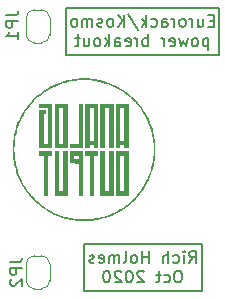
<source format=gbr>
%TF.GenerationSoftware,KiCad,Pcbnew,5.1.8-db9833491~88~ubuntu20.04.1*%
%TF.CreationDate,2020-12-01T07:47:05-05:00*%
%TF.ProjectId,powerbreakout,706f7765-7262-4726-9561-6b6f75742e6b,rev?*%
%TF.SameCoordinates,Original*%
%TF.FileFunction,Legend,Bot*%
%TF.FilePolarity,Positive*%
%FSLAX46Y46*%
G04 Gerber Fmt 4.6, Leading zero omitted, Abs format (unit mm)*
G04 Created by KiCad (PCBNEW 5.1.8-db9833491~88~ubuntu20.04.1) date 2020-12-01 07:47:05*
%MOMM*%
%LPD*%
G01*
G04 APERTURE LIST*
%ADD10C,0.150000*%
%ADD11C,0.010000*%
%ADD12C,0.120000*%
G04 APERTURE END LIST*
D10*
X12000000Y-12000000D02*
X12000000Y-8000000D01*
X12000000Y-12000000D02*
X22000000Y-12000000D01*
X22000000Y-8000000D02*
X22000000Y-12000000D01*
X22000000Y-8000000D02*
X12000000Y-8000000D01*
X10500000Y8000000D02*
X10500000Y12000000D01*
X10500000Y8000000D02*
X23500000Y8000000D01*
X23500000Y12000000D02*
X23500000Y8000000D01*
X23500000Y12000000D02*
X10500000Y12000000D01*
X20928571Y-9627380D02*
X21261904Y-9151190D01*
X21500000Y-9627380D02*
X21500000Y-8627380D01*
X21119047Y-8627380D01*
X21023809Y-8675000D01*
X20976190Y-8722619D01*
X20928571Y-8817857D01*
X20928571Y-8960714D01*
X20976190Y-9055952D01*
X21023809Y-9103571D01*
X21119047Y-9151190D01*
X21500000Y-9151190D01*
X20500000Y-9627380D02*
X20500000Y-8960714D01*
X20500000Y-8627380D02*
X20547619Y-8675000D01*
X20500000Y-8722619D01*
X20452380Y-8675000D01*
X20500000Y-8627380D01*
X20500000Y-8722619D01*
X19595238Y-9579761D02*
X19690476Y-9627380D01*
X19880952Y-9627380D01*
X19976190Y-9579761D01*
X20023809Y-9532142D01*
X20071428Y-9436904D01*
X20071428Y-9151190D01*
X20023809Y-9055952D01*
X19976190Y-9008333D01*
X19880952Y-8960714D01*
X19690476Y-8960714D01*
X19595238Y-9008333D01*
X19166666Y-9627380D02*
X19166666Y-8627380D01*
X18738095Y-9627380D02*
X18738095Y-9103571D01*
X18785714Y-9008333D01*
X18880952Y-8960714D01*
X19023809Y-8960714D01*
X19119047Y-9008333D01*
X19166666Y-9055952D01*
X17500000Y-9627380D02*
X17500000Y-8627380D01*
X17500000Y-9103571D02*
X16928571Y-9103571D01*
X16928571Y-9627380D02*
X16928571Y-8627380D01*
X16309523Y-9627380D02*
X16404761Y-9579761D01*
X16452380Y-9532142D01*
X16500000Y-9436904D01*
X16500000Y-9151190D01*
X16452380Y-9055952D01*
X16404761Y-9008333D01*
X16309523Y-8960714D01*
X16166666Y-8960714D01*
X16071428Y-9008333D01*
X16023809Y-9055952D01*
X15976190Y-9151190D01*
X15976190Y-9436904D01*
X16023809Y-9532142D01*
X16071428Y-9579761D01*
X16166666Y-9627380D01*
X16309523Y-9627380D01*
X15404761Y-9627380D02*
X15500000Y-9579761D01*
X15547619Y-9484523D01*
X15547619Y-8627380D01*
X15023809Y-9627380D02*
X15023809Y-8960714D01*
X15023809Y-9055952D02*
X14976190Y-9008333D01*
X14880952Y-8960714D01*
X14738095Y-8960714D01*
X14642857Y-9008333D01*
X14595238Y-9103571D01*
X14595238Y-9627380D01*
X14595238Y-9103571D02*
X14547619Y-9008333D01*
X14452380Y-8960714D01*
X14309523Y-8960714D01*
X14214285Y-9008333D01*
X14166666Y-9103571D01*
X14166666Y-9627380D01*
X13309523Y-9579761D02*
X13404761Y-9627380D01*
X13595238Y-9627380D01*
X13690476Y-9579761D01*
X13738095Y-9484523D01*
X13738095Y-9103571D01*
X13690476Y-9008333D01*
X13595238Y-8960714D01*
X13404761Y-8960714D01*
X13309523Y-9008333D01*
X13261904Y-9103571D01*
X13261904Y-9198809D01*
X13738095Y-9294047D01*
X12880952Y-9579761D02*
X12785714Y-9627380D01*
X12595238Y-9627380D01*
X12500000Y-9579761D01*
X12452380Y-9484523D01*
X12452380Y-9436904D01*
X12500000Y-9341666D01*
X12595238Y-9294047D01*
X12738095Y-9294047D01*
X12833333Y-9246428D01*
X12880952Y-9151190D01*
X12880952Y-9103571D01*
X12833333Y-9008333D01*
X12738095Y-8960714D01*
X12595238Y-8960714D01*
X12500000Y-9008333D01*
X20095238Y-10277380D02*
X19904761Y-10277380D01*
X19809523Y-10325000D01*
X19714285Y-10420238D01*
X19666666Y-10610714D01*
X19666666Y-10944047D01*
X19714285Y-11134523D01*
X19809523Y-11229761D01*
X19904761Y-11277380D01*
X20095238Y-11277380D01*
X20190476Y-11229761D01*
X20285714Y-11134523D01*
X20333333Y-10944047D01*
X20333333Y-10610714D01*
X20285714Y-10420238D01*
X20190476Y-10325000D01*
X20095238Y-10277380D01*
X18809523Y-11229761D02*
X18904761Y-11277380D01*
X19095238Y-11277380D01*
X19190476Y-11229761D01*
X19238095Y-11182142D01*
X19285714Y-11086904D01*
X19285714Y-10801190D01*
X19238095Y-10705952D01*
X19190476Y-10658333D01*
X19095238Y-10610714D01*
X18904761Y-10610714D01*
X18809523Y-10658333D01*
X18523809Y-10610714D02*
X18142857Y-10610714D01*
X18380952Y-10277380D02*
X18380952Y-11134523D01*
X18333333Y-11229761D01*
X18238095Y-11277380D01*
X18142857Y-11277380D01*
X17095238Y-10372619D02*
X17047619Y-10325000D01*
X16952380Y-10277380D01*
X16714285Y-10277380D01*
X16619047Y-10325000D01*
X16571428Y-10372619D01*
X16523809Y-10467857D01*
X16523809Y-10563095D01*
X16571428Y-10705952D01*
X17142857Y-11277380D01*
X16523809Y-11277380D01*
X15904761Y-10277380D02*
X15809523Y-10277380D01*
X15714285Y-10325000D01*
X15666666Y-10372619D01*
X15619047Y-10467857D01*
X15571428Y-10658333D01*
X15571428Y-10896428D01*
X15619047Y-11086904D01*
X15666666Y-11182142D01*
X15714285Y-11229761D01*
X15809523Y-11277380D01*
X15904761Y-11277380D01*
X16000000Y-11229761D01*
X16047619Y-11182142D01*
X16095238Y-11086904D01*
X16142857Y-10896428D01*
X16142857Y-10658333D01*
X16095238Y-10467857D01*
X16047619Y-10372619D01*
X16000000Y-10325000D01*
X15904761Y-10277380D01*
X15190476Y-10372619D02*
X15142857Y-10325000D01*
X15047619Y-10277380D01*
X14809523Y-10277380D01*
X14714285Y-10325000D01*
X14666666Y-10372619D01*
X14619047Y-10467857D01*
X14619047Y-10563095D01*
X14666666Y-10705952D01*
X15238095Y-11277380D01*
X14619047Y-11277380D01*
X14000000Y-10277380D02*
X13904761Y-10277380D01*
X13809523Y-10325000D01*
X13761904Y-10372619D01*
X13714285Y-10467857D01*
X13666666Y-10658333D01*
X13666666Y-10896428D01*
X13714285Y-11086904D01*
X13761904Y-11182142D01*
X13809523Y-11229761D01*
X13904761Y-11277380D01*
X14000000Y-11277380D01*
X14095238Y-11229761D01*
X14142857Y-11182142D01*
X14190476Y-11086904D01*
X14238095Y-10896428D01*
X14238095Y-10658333D01*
X14190476Y-10467857D01*
X14142857Y-10372619D01*
X14095238Y-10325000D01*
X14000000Y-10277380D01*
X23023809Y10896428D02*
X22690476Y10896428D01*
X22547619Y10372619D02*
X23023809Y10372619D01*
X23023809Y11372619D01*
X22547619Y11372619D01*
X21690476Y11039285D02*
X21690476Y10372619D01*
X22119047Y11039285D02*
X22119047Y10515476D01*
X22071428Y10420238D01*
X21976190Y10372619D01*
X21833333Y10372619D01*
X21738095Y10420238D01*
X21690476Y10467857D01*
X21214285Y10372619D02*
X21214285Y11039285D01*
X21214285Y10848809D02*
X21166666Y10944047D01*
X21119047Y10991666D01*
X21023809Y11039285D01*
X20928571Y11039285D01*
X20452380Y10372619D02*
X20547619Y10420238D01*
X20595238Y10467857D01*
X20642857Y10563095D01*
X20642857Y10848809D01*
X20595238Y10944047D01*
X20547619Y10991666D01*
X20452380Y11039285D01*
X20309523Y11039285D01*
X20214285Y10991666D01*
X20166666Y10944047D01*
X20119047Y10848809D01*
X20119047Y10563095D01*
X20166666Y10467857D01*
X20214285Y10420238D01*
X20309523Y10372619D01*
X20452380Y10372619D01*
X19690476Y10372619D02*
X19690476Y11039285D01*
X19690476Y10848809D02*
X19642857Y10944047D01*
X19595238Y10991666D01*
X19500000Y11039285D01*
X19404761Y11039285D01*
X18642857Y10372619D02*
X18642857Y10896428D01*
X18690476Y10991666D01*
X18785714Y11039285D01*
X18976190Y11039285D01*
X19071428Y10991666D01*
X18642857Y10420238D02*
X18738095Y10372619D01*
X18976190Y10372619D01*
X19071428Y10420238D01*
X19119047Y10515476D01*
X19119047Y10610714D01*
X19071428Y10705952D01*
X18976190Y10753571D01*
X18738095Y10753571D01*
X18642857Y10801190D01*
X17738095Y10420238D02*
X17833333Y10372619D01*
X18023809Y10372619D01*
X18119047Y10420238D01*
X18166666Y10467857D01*
X18214285Y10563095D01*
X18214285Y10848809D01*
X18166666Y10944047D01*
X18119047Y10991666D01*
X18023809Y11039285D01*
X17833333Y11039285D01*
X17738095Y10991666D01*
X17309523Y10372619D02*
X17309523Y11372619D01*
X17214285Y10753571D02*
X16928571Y10372619D01*
X16928571Y11039285D02*
X17309523Y10658333D01*
X15785714Y11420238D02*
X16642857Y10134523D01*
X15452380Y10372619D02*
X15452380Y11372619D01*
X14880952Y10372619D02*
X15309523Y10944047D01*
X14880952Y11372619D02*
X15452380Y10801190D01*
X14309523Y10372619D02*
X14404761Y10420238D01*
X14452380Y10467857D01*
X14500000Y10563095D01*
X14500000Y10848809D01*
X14452380Y10944047D01*
X14404761Y10991666D01*
X14309523Y11039285D01*
X14166666Y11039285D01*
X14071428Y10991666D01*
X14023809Y10944047D01*
X13976190Y10848809D01*
X13976190Y10563095D01*
X14023809Y10467857D01*
X14071428Y10420238D01*
X14166666Y10372619D01*
X14309523Y10372619D01*
X13595238Y10420238D02*
X13500000Y10372619D01*
X13309523Y10372619D01*
X13214285Y10420238D01*
X13166666Y10515476D01*
X13166666Y10563095D01*
X13214285Y10658333D01*
X13309523Y10705952D01*
X13452380Y10705952D01*
X13547619Y10753571D01*
X13595238Y10848809D01*
X13595238Y10896428D01*
X13547619Y10991666D01*
X13452380Y11039285D01*
X13309523Y11039285D01*
X13214285Y10991666D01*
X12738095Y10372619D02*
X12738095Y11039285D01*
X12738095Y10944047D02*
X12690476Y10991666D01*
X12595238Y11039285D01*
X12452380Y11039285D01*
X12357142Y10991666D01*
X12309523Y10896428D01*
X12309523Y10372619D01*
X12309523Y10896428D02*
X12261904Y10991666D01*
X12166666Y11039285D01*
X12023809Y11039285D01*
X11928571Y10991666D01*
X11880952Y10896428D01*
X11880952Y10372619D01*
X11261904Y10372619D02*
X11357142Y10420238D01*
X11404761Y10467857D01*
X11452380Y10563095D01*
X11452380Y10848809D01*
X11404761Y10944047D01*
X11357142Y10991666D01*
X11261904Y11039285D01*
X11119047Y11039285D01*
X11023809Y10991666D01*
X10976190Y10944047D01*
X10928571Y10848809D01*
X10928571Y10563095D01*
X10976190Y10467857D01*
X11023809Y10420238D01*
X11119047Y10372619D01*
X11261904Y10372619D01*
X22547619Y9389285D02*
X22547619Y8389285D01*
X22547619Y9341666D02*
X22452380Y9389285D01*
X22261904Y9389285D01*
X22166666Y9341666D01*
X22119047Y9294047D01*
X22071428Y9198809D01*
X22071428Y8913095D01*
X22119047Y8817857D01*
X22166666Y8770238D01*
X22261904Y8722619D01*
X22452380Y8722619D01*
X22547619Y8770238D01*
X21500000Y8722619D02*
X21595238Y8770238D01*
X21642857Y8817857D01*
X21690476Y8913095D01*
X21690476Y9198809D01*
X21642857Y9294047D01*
X21595238Y9341666D01*
X21500000Y9389285D01*
X21357142Y9389285D01*
X21261904Y9341666D01*
X21214285Y9294047D01*
X21166666Y9198809D01*
X21166666Y8913095D01*
X21214285Y8817857D01*
X21261904Y8770238D01*
X21357142Y8722619D01*
X21500000Y8722619D01*
X20833333Y9389285D02*
X20642857Y8722619D01*
X20452380Y9198809D01*
X20261904Y8722619D01*
X20071428Y9389285D01*
X19309523Y8770238D02*
X19404761Y8722619D01*
X19595238Y8722619D01*
X19690476Y8770238D01*
X19738095Y8865476D01*
X19738095Y9246428D01*
X19690476Y9341666D01*
X19595238Y9389285D01*
X19404761Y9389285D01*
X19309523Y9341666D01*
X19261904Y9246428D01*
X19261904Y9151190D01*
X19738095Y9055952D01*
X18833333Y8722619D02*
X18833333Y9389285D01*
X18833333Y9198809D02*
X18785714Y9294047D01*
X18738095Y9341666D01*
X18642857Y9389285D01*
X18547619Y9389285D01*
X17452380Y8722619D02*
X17452380Y9722619D01*
X17452380Y9341666D02*
X17357142Y9389285D01*
X17166666Y9389285D01*
X17071428Y9341666D01*
X17023809Y9294047D01*
X16976190Y9198809D01*
X16976190Y8913095D01*
X17023809Y8817857D01*
X17071428Y8770238D01*
X17166666Y8722619D01*
X17357142Y8722619D01*
X17452380Y8770238D01*
X16547619Y8722619D02*
X16547619Y9389285D01*
X16547619Y9198809D02*
X16500000Y9294047D01*
X16452380Y9341666D01*
X16357142Y9389285D01*
X16261904Y9389285D01*
X15547619Y8770238D02*
X15642857Y8722619D01*
X15833333Y8722619D01*
X15928571Y8770238D01*
X15976190Y8865476D01*
X15976190Y9246428D01*
X15928571Y9341666D01*
X15833333Y9389285D01*
X15642857Y9389285D01*
X15547619Y9341666D01*
X15500000Y9246428D01*
X15500000Y9151190D01*
X15976190Y9055952D01*
X14642857Y8722619D02*
X14642857Y9246428D01*
X14690476Y9341666D01*
X14785714Y9389285D01*
X14976190Y9389285D01*
X15071428Y9341666D01*
X14642857Y8770238D02*
X14738095Y8722619D01*
X14976190Y8722619D01*
X15071428Y8770238D01*
X15119047Y8865476D01*
X15119047Y8960714D01*
X15071428Y9055952D01*
X14976190Y9103571D01*
X14738095Y9103571D01*
X14642857Y9151190D01*
X14166666Y8722619D02*
X14166666Y9722619D01*
X14071428Y9103571D02*
X13785714Y8722619D01*
X13785714Y9389285D02*
X14166666Y9008333D01*
X13214285Y8722619D02*
X13309523Y8770238D01*
X13357142Y8817857D01*
X13404761Y8913095D01*
X13404761Y9198809D01*
X13357142Y9294047D01*
X13309523Y9341666D01*
X13214285Y9389285D01*
X13071428Y9389285D01*
X12976190Y9341666D01*
X12928571Y9294047D01*
X12880952Y9198809D01*
X12880952Y8913095D01*
X12928571Y8817857D01*
X12976190Y8770238D01*
X13071428Y8722619D01*
X13214285Y8722619D01*
X12023809Y9389285D02*
X12023809Y8722619D01*
X12452380Y9389285D02*
X12452380Y8865476D01*
X12404761Y8770238D01*
X12309523Y8722619D01*
X12166666Y8722619D01*
X12071428Y8770238D01*
X12023809Y8817857D01*
X11690476Y9389285D02*
X11309523Y9389285D01*
X11547619Y9722619D02*
X11547619Y8865476D01*
X11500000Y8770238D01*
X11404761Y8722619D01*
X11309523Y8722619D01*
D11*
%TO.C,G\u002A\u002A\u002A*%
G36*
X11869165Y5999450D02*
G01*
X11707940Y5994187D01*
X11552217Y5984794D01*
X11544224Y5984185D01*
X11305888Y5961098D01*
X11069477Y5928755D01*
X10835211Y5887238D01*
X10603310Y5836627D01*
X10373994Y5777003D01*
X10147483Y5708448D01*
X9923997Y5631042D01*
X9703755Y5544866D01*
X9486978Y5450001D01*
X9273886Y5346529D01*
X9064698Y5234529D01*
X8859635Y5114084D01*
X8658916Y4985273D01*
X8467738Y4851800D01*
X8282320Y4711208D01*
X8101741Y4562670D01*
X7926515Y4406697D01*
X7757158Y4243798D01*
X7594185Y4074482D01*
X7438112Y3899257D01*
X7289454Y3718635D01*
X7189637Y3588664D01*
X7051307Y3395299D01*
X6920949Y3196900D01*
X6798683Y2993748D01*
X6684630Y2786126D01*
X6578912Y2574314D01*
X6481649Y2358594D01*
X6392962Y2139247D01*
X6312972Y1916554D01*
X6241801Y1690798D01*
X6179568Y1462258D01*
X6126395Y1231217D01*
X6086688Y1023121D01*
X6065762Y894029D01*
X6047822Y766229D01*
X6032568Y637156D01*
X6019702Y504246D01*
X6008925Y364937D01*
X6007527Y344205D01*
X6005950Y314066D01*
X6004609Y275781D01*
X6003506Y230680D01*
X6002639Y180094D01*
X6002011Y125352D01*
X6001619Y67784D01*
X6001466Y8721D01*
X6001550Y-50507D01*
X6001871Y-108570D01*
X6002431Y-164139D01*
X6003229Y-215882D01*
X6004264Y-262470D01*
X6005538Y-302573D01*
X6007049Y-334861D01*
X6007483Y-341832D01*
X6023447Y-542307D01*
X6044353Y-735964D01*
X6070420Y-924224D01*
X6101863Y-1108503D01*
X6138900Y-1290222D01*
X6177229Y-1452891D01*
X6240193Y-1684806D01*
X6311890Y-1913027D01*
X6392252Y-2137429D01*
X6481212Y-2357886D01*
X6578703Y-2574270D01*
X6684657Y-2786455D01*
X6799006Y-2994315D01*
X6921684Y-3197723D01*
X7052622Y-3396553D01*
X7191754Y-3590679D01*
X7339012Y-3779974D01*
X7494329Y-3964311D01*
X7548078Y-4024852D01*
X7571971Y-4050893D01*
X7601526Y-4082263D01*
X7635598Y-4117807D01*
X7673038Y-4156370D01*
X7712701Y-4196796D01*
X7753438Y-4237931D01*
X7794103Y-4278620D01*
X7833550Y-4317709D01*
X7870631Y-4354041D01*
X7904198Y-4386462D01*
X7933107Y-4413818D01*
X7947869Y-4427439D01*
X8129223Y-4586230D01*
X8315643Y-4737037D01*
X8506939Y-4879779D01*
X8702918Y-5014377D01*
X8903389Y-5140753D01*
X9108159Y-5258827D01*
X9317037Y-5368520D01*
X9529831Y-5469753D01*
X9746349Y-5562447D01*
X9966399Y-5646523D01*
X10189789Y-5721900D01*
X10416328Y-5788502D01*
X10645824Y-5846247D01*
X10878084Y-5895057D01*
X11112917Y-5934853D01*
X11350132Y-5965556D01*
X11589535Y-5987087D01*
X11750747Y-5996327D01*
X11780172Y-5997361D01*
X11817177Y-5998234D01*
X11860073Y-5998941D01*
X11907176Y-5999478D01*
X11956799Y-5999838D01*
X12007255Y-6000016D01*
X12056858Y-6000005D01*
X12103922Y-5999802D01*
X12146760Y-5999400D01*
X12183686Y-5998793D01*
X12213013Y-5997976D01*
X12216018Y-5997861D01*
X12456614Y-5983605D01*
X12695293Y-5960165D01*
X12931843Y-5927619D01*
X13166053Y-5886047D01*
X13397710Y-5835527D01*
X13626604Y-5776137D01*
X13852523Y-5707957D01*
X14075255Y-5631066D01*
X14294589Y-5545542D01*
X14510312Y-5451464D01*
X14722214Y-5348911D01*
X14930082Y-5237962D01*
X15133705Y-5118695D01*
X15332871Y-4991189D01*
X15527369Y-4855523D01*
X15716986Y-4711776D01*
X15757775Y-4679277D01*
X15915826Y-4547372D01*
X16072001Y-4407431D01*
X16224805Y-4260908D01*
X16372740Y-4109256D01*
X16514312Y-3953926D01*
X16565084Y-3895458D01*
X16713030Y-3715535D01*
X16854152Y-3529185D01*
X16988185Y-3336849D01*
X17114862Y-3138965D01*
X17233920Y-2935976D01*
X17345091Y-2728320D01*
X17448110Y-2516437D01*
X17542711Y-2300769D01*
X17573860Y-2224281D01*
X17657533Y-2001944D01*
X17732122Y-1777112D01*
X17797617Y-1550065D01*
X17854010Y-1321086D01*
X17901292Y-1090456D01*
X17939453Y-858457D01*
X17968486Y-625370D01*
X17988380Y-391476D01*
X17999127Y-157058D01*
X18000191Y0D01*
X17936841Y0D01*
X17936762Y-71995D01*
X17936487Y-135805D01*
X17935956Y-192738D01*
X17935108Y-244104D01*
X17933884Y-291212D01*
X17932225Y-335370D01*
X17930069Y-377888D01*
X17927357Y-420074D01*
X17924030Y-463239D01*
X17920027Y-508689D01*
X17915289Y-557736D01*
X17909755Y-611687D01*
X17908177Y-626692D01*
X17878678Y-861147D01*
X17839938Y-1093690D01*
X17792065Y-1324066D01*
X17735167Y-1552021D01*
X17669351Y-1777300D01*
X17594728Y-1999650D01*
X17511404Y-2218816D01*
X17419487Y-2434543D01*
X17319086Y-2646579D01*
X17210309Y-2854669D01*
X17093264Y-3058557D01*
X16968060Y-3257991D01*
X16834803Y-3452716D01*
X16693604Y-3642477D01*
X16548993Y-3821754D01*
X16504897Y-3873775D01*
X16462343Y-3922779D01*
X16419983Y-3970224D01*
X16376466Y-4017570D01*
X16330443Y-4066279D01*
X16280565Y-4117808D01*
X16225481Y-4173619D01*
X16201965Y-4197193D01*
X16105960Y-4291636D01*
X16013294Y-4379486D01*
X15922270Y-4462200D01*
X15831188Y-4541233D01*
X15738350Y-4618040D01*
X15642059Y-4694079D01*
X15540615Y-4770804D01*
X15486325Y-4810685D01*
X15305262Y-4936998D01*
X15117534Y-5057324D01*
X14924021Y-5171233D01*
X14725599Y-5278295D01*
X14523147Y-5378079D01*
X14317543Y-5470155D01*
X14109666Y-5554092D01*
X13900393Y-5629462D01*
X13690603Y-5695832D01*
X13664056Y-5703570D01*
X13492451Y-5750691D01*
X13323454Y-5792106D01*
X13155467Y-5828079D01*
X12986895Y-5858874D01*
X12816138Y-5884758D01*
X12641600Y-5905995D01*
X12461683Y-5922850D01*
X12274791Y-5935587D01*
X12261121Y-5936347D01*
X12240218Y-5937117D01*
X12211005Y-5937645D01*
X12174665Y-5937946D01*
X12132378Y-5938035D01*
X12085327Y-5937926D01*
X12034694Y-5937634D01*
X11981661Y-5937174D01*
X11927410Y-5936561D01*
X11873122Y-5935810D01*
X11819980Y-5934936D01*
X11769166Y-5933953D01*
X11721861Y-5932876D01*
X11679248Y-5931720D01*
X11642509Y-5930500D01*
X11612824Y-5929231D01*
X11591701Y-5927952D01*
X11483694Y-5919003D01*
X11382548Y-5909211D01*
X11285641Y-5898261D01*
X11190352Y-5885833D01*
X11094061Y-5871609D01*
X10998243Y-5855970D01*
X10766736Y-5811810D01*
X10537472Y-5758486D01*
X10310735Y-5696127D01*
X10086807Y-5624860D01*
X9865971Y-5544812D01*
X9648511Y-5456111D01*
X9434709Y-5358884D01*
X9224847Y-5253259D01*
X9019210Y-5139364D01*
X8818079Y-5017325D01*
X8621738Y-4887271D01*
X8430469Y-4749329D01*
X8275458Y-4628686D01*
X8119837Y-4498724D01*
X7966764Y-4361723D01*
X7817846Y-4219236D01*
X7674690Y-4072818D01*
X7538904Y-3924024D01*
X7497443Y-3876361D01*
X7345689Y-3692570D01*
X7201766Y-3503459D01*
X7065770Y-3309186D01*
X6937798Y-3109914D01*
X6817950Y-2905803D01*
X6706321Y-2697014D01*
X6603010Y-2483707D01*
X6508115Y-2266043D01*
X6484968Y-2209096D01*
X6401019Y-1986786D01*
X6326136Y-1761801D01*
X6260375Y-1534376D01*
X6203792Y-1304742D01*
X6156443Y-1073134D01*
X6118386Y-839784D01*
X6089676Y-604925D01*
X6084622Y-553103D01*
X6080154Y-504274D01*
X6076341Y-460319D01*
X6073132Y-419936D01*
X6070476Y-381823D01*
X6068323Y-344677D01*
X6066621Y-307195D01*
X6065319Y-268076D01*
X6064368Y-226017D01*
X6063716Y-179715D01*
X6063312Y-127867D01*
X6063106Y-69173D01*
X6063047Y-2328D01*
X6063046Y0D01*
X6063102Y67132D01*
X6063303Y126071D01*
X6063699Y178121D01*
X6064343Y224583D01*
X6065283Y266760D01*
X6066572Y305954D01*
X6068260Y343468D01*
X6070398Y380605D01*
X6073037Y418666D01*
X6076227Y458955D01*
X6080020Y502773D01*
X6084466Y551423D01*
X6084622Y553103D01*
X6111199Y787598D01*
X6147077Y1020524D01*
X6192150Y1251591D01*
X6246310Y1480509D01*
X6309451Y1706989D01*
X6381464Y1930739D01*
X6462244Y2151472D01*
X6551683Y2368896D01*
X6649673Y2582722D01*
X6756108Y2792661D01*
X6870881Y2998422D01*
X6993885Y3199716D01*
X7125011Y3396253D01*
X7147144Y3427813D01*
X7286871Y3617462D01*
X7434283Y3801614D01*
X7589169Y3980044D01*
X7751318Y4152531D01*
X7920520Y4318849D01*
X8096563Y4478776D01*
X8279238Y4632088D01*
X8296822Y4646215D01*
X8478929Y4785970D01*
X8667520Y4919011D01*
X8862099Y5045060D01*
X9062169Y5163837D01*
X9267233Y5275064D01*
X9476794Y5378463D01*
X9690355Y5473754D01*
X9907420Y5560660D01*
X9968000Y5583176D01*
X10179833Y5656056D01*
X10393795Y5720569D01*
X10610442Y5776833D01*
X10830335Y5824966D01*
X11054030Y5865086D01*
X11282086Y5897312D01*
X11515062Y5921763D01*
X11596448Y5928398D01*
X11634668Y5930770D01*
X11681052Y5932786D01*
X11734274Y5934445D01*
X11793011Y5935749D01*
X11855936Y5936697D01*
X11921726Y5937288D01*
X11989054Y5937524D01*
X12056598Y5937404D01*
X12123030Y5936927D01*
X12187027Y5936095D01*
X12247263Y5934906D01*
X12302415Y5933361D01*
X12351156Y5931461D01*
X12392161Y5929204D01*
X12403551Y5928398D01*
X12609753Y5909833D01*
X12809598Y5885725D01*
X13004624Y5855807D01*
X13196369Y5819811D01*
X13386371Y5777471D01*
X13576167Y5728520D01*
X13612948Y5718276D01*
X13837104Y5650203D01*
X14058637Y5573122D01*
X14277155Y5487238D01*
X14492266Y5392757D01*
X14703578Y5289885D01*
X14910698Y5178828D01*
X15113234Y5059792D01*
X15310794Y4932983D01*
X15502986Y4798608D01*
X15689416Y4656871D01*
X15790376Y4575006D01*
X15898738Y4482588D01*
X16008320Y4384306D01*
X16117323Y4281908D01*
X16223947Y4177142D01*
X16326394Y4071758D01*
X16422865Y3967503D01*
X16469957Y3914448D01*
X16622386Y3732905D01*
X16767096Y3545985D01*
X16903973Y3353947D01*
X17032906Y3157047D01*
X17153781Y2955544D01*
X17266487Y2749694D01*
X17370910Y2539755D01*
X17466938Y2325985D01*
X17554458Y2108639D01*
X17633358Y1887977D01*
X17703526Y1664255D01*
X17764848Y1437730D01*
X17817212Y1208661D01*
X17860506Y977303D01*
X17894617Y743916D01*
X17908177Y626691D01*
X17913928Y571249D01*
X17918867Y521053D01*
X17923056Y474792D01*
X17926553Y431159D01*
X17929419Y388844D01*
X17931714Y346538D01*
X17933497Y302933D01*
X17934828Y256719D01*
X17935768Y206587D01*
X17936376Y151228D01*
X17936712Y89334D01*
X17936836Y19595D01*
X17936841Y0D01*
X18000191Y0D01*
X18000718Y77602D01*
X17993144Y312225D01*
X17976396Y546527D01*
X17950465Y780228D01*
X17915342Y1013045D01*
X17871019Y1244697D01*
X17817485Y1474903D01*
X17754732Y1703381D01*
X17704107Y1865832D01*
X17625476Y2090850D01*
X17538134Y2312177D01*
X17442207Y2529597D01*
X17337820Y2742896D01*
X17225099Y2951859D01*
X17104168Y3156272D01*
X16975154Y3355921D01*
X16838181Y3550591D01*
X16693375Y3740066D01*
X16540860Y3924134D01*
X16427317Y4052131D01*
X16405071Y4076041D01*
X16377125Y4105333D01*
X16344650Y4138835D01*
X16308819Y4175377D01*
X16270801Y4213786D01*
X16231769Y4252891D01*
X16192894Y4291521D01*
X16155347Y4328505D01*
X16120301Y4362670D01*
X16088925Y4392846D01*
X16062392Y4417861D01*
X16052131Y4427317D01*
X15872114Y4585213D01*
X15686591Y4735460D01*
X15495778Y4877936D01*
X15299891Y5012520D01*
X15099147Y5139092D01*
X14893761Y5257529D01*
X14683950Y5367711D01*
X14469929Y5469517D01*
X14251916Y5562826D01*
X14030126Y5647516D01*
X13804776Y5723466D01*
X13661682Y5766598D01*
X13430731Y5828152D01*
X13197674Y5880448D01*
X12962551Y5923480D01*
X12725401Y5957240D01*
X12512747Y5979475D01*
X12357684Y5990595D01*
X12196854Y5997640D01*
X12033076Y6000596D01*
X11869165Y5999450D01*
G37*
X11869165Y5999450D02*
X11707940Y5994187D01*
X11552217Y5984794D01*
X11544224Y5984185D01*
X11305888Y5961098D01*
X11069477Y5928755D01*
X10835211Y5887238D01*
X10603310Y5836627D01*
X10373994Y5777003D01*
X10147483Y5708448D01*
X9923997Y5631042D01*
X9703755Y5544866D01*
X9486978Y5450001D01*
X9273886Y5346529D01*
X9064698Y5234529D01*
X8859635Y5114084D01*
X8658916Y4985273D01*
X8467738Y4851800D01*
X8282320Y4711208D01*
X8101741Y4562670D01*
X7926515Y4406697D01*
X7757158Y4243798D01*
X7594185Y4074482D01*
X7438112Y3899257D01*
X7289454Y3718635D01*
X7189637Y3588664D01*
X7051307Y3395299D01*
X6920949Y3196900D01*
X6798683Y2993748D01*
X6684630Y2786126D01*
X6578912Y2574314D01*
X6481649Y2358594D01*
X6392962Y2139247D01*
X6312972Y1916554D01*
X6241801Y1690798D01*
X6179568Y1462258D01*
X6126395Y1231217D01*
X6086688Y1023121D01*
X6065762Y894029D01*
X6047822Y766229D01*
X6032568Y637156D01*
X6019702Y504246D01*
X6008925Y364937D01*
X6007527Y344205D01*
X6005950Y314066D01*
X6004609Y275781D01*
X6003506Y230680D01*
X6002639Y180094D01*
X6002011Y125352D01*
X6001619Y67784D01*
X6001466Y8721D01*
X6001550Y-50507D01*
X6001871Y-108570D01*
X6002431Y-164139D01*
X6003229Y-215882D01*
X6004264Y-262470D01*
X6005538Y-302573D01*
X6007049Y-334861D01*
X6007483Y-341832D01*
X6023447Y-542307D01*
X6044353Y-735964D01*
X6070420Y-924224D01*
X6101863Y-1108503D01*
X6138900Y-1290222D01*
X6177229Y-1452891D01*
X6240193Y-1684806D01*
X6311890Y-1913027D01*
X6392252Y-2137429D01*
X6481212Y-2357886D01*
X6578703Y-2574270D01*
X6684657Y-2786455D01*
X6799006Y-2994315D01*
X6921684Y-3197723D01*
X7052622Y-3396553D01*
X7191754Y-3590679D01*
X7339012Y-3779974D01*
X7494329Y-3964311D01*
X7548078Y-4024852D01*
X7571971Y-4050893D01*
X7601526Y-4082263D01*
X7635598Y-4117807D01*
X7673038Y-4156370D01*
X7712701Y-4196796D01*
X7753438Y-4237931D01*
X7794103Y-4278620D01*
X7833550Y-4317709D01*
X7870631Y-4354041D01*
X7904198Y-4386462D01*
X7933107Y-4413818D01*
X7947869Y-4427439D01*
X8129223Y-4586230D01*
X8315643Y-4737037D01*
X8506939Y-4879779D01*
X8702918Y-5014377D01*
X8903389Y-5140753D01*
X9108159Y-5258827D01*
X9317037Y-5368520D01*
X9529831Y-5469753D01*
X9746349Y-5562447D01*
X9966399Y-5646523D01*
X10189789Y-5721900D01*
X10416328Y-5788502D01*
X10645824Y-5846247D01*
X10878084Y-5895057D01*
X11112917Y-5934853D01*
X11350132Y-5965556D01*
X11589535Y-5987087D01*
X11750747Y-5996327D01*
X11780172Y-5997361D01*
X11817177Y-5998234D01*
X11860073Y-5998941D01*
X11907176Y-5999478D01*
X11956799Y-5999838D01*
X12007255Y-6000016D01*
X12056858Y-6000005D01*
X12103922Y-5999802D01*
X12146760Y-5999400D01*
X12183686Y-5998793D01*
X12213013Y-5997976D01*
X12216018Y-5997861D01*
X12456614Y-5983605D01*
X12695293Y-5960165D01*
X12931843Y-5927619D01*
X13166053Y-5886047D01*
X13397710Y-5835527D01*
X13626604Y-5776137D01*
X13852523Y-5707957D01*
X14075255Y-5631066D01*
X14294589Y-5545542D01*
X14510312Y-5451464D01*
X14722214Y-5348911D01*
X14930082Y-5237962D01*
X15133705Y-5118695D01*
X15332871Y-4991189D01*
X15527369Y-4855523D01*
X15716986Y-4711776D01*
X15757775Y-4679277D01*
X15915826Y-4547372D01*
X16072001Y-4407431D01*
X16224805Y-4260908D01*
X16372740Y-4109256D01*
X16514312Y-3953926D01*
X16565084Y-3895458D01*
X16713030Y-3715535D01*
X16854152Y-3529185D01*
X16988185Y-3336849D01*
X17114862Y-3138965D01*
X17233920Y-2935976D01*
X17345091Y-2728320D01*
X17448110Y-2516437D01*
X17542711Y-2300769D01*
X17573860Y-2224281D01*
X17657533Y-2001944D01*
X17732122Y-1777112D01*
X17797617Y-1550065D01*
X17854010Y-1321086D01*
X17901292Y-1090456D01*
X17939453Y-858457D01*
X17968486Y-625370D01*
X17988380Y-391476D01*
X17999127Y-157058D01*
X18000191Y0D01*
X17936841Y0D01*
X17936762Y-71995D01*
X17936487Y-135805D01*
X17935956Y-192738D01*
X17935108Y-244104D01*
X17933884Y-291212D01*
X17932225Y-335370D01*
X17930069Y-377888D01*
X17927357Y-420074D01*
X17924030Y-463239D01*
X17920027Y-508689D01*
X17915289Y-557736D01*
X17909755Y-611687D01*
X17908177Y-626692D01*
X17878678Y-861147D01*
X17839938Y-1093690D01*
X17792065Y-1324066D01*
X17735167Y-1552021D01*
X17669351Y-1777300D01*
X17594728Y-1999650D01*
X17511404Y-2218816D01*
X17419487Y-2434543D01*
X17319086Y-2646579D01*
X17210309Y-2854669D01*
X17093264Y-3058557D01*
X16968060Y-3257991D01*
X16834803Y-3452716D01*
X16693604Y-3642477D01*
X16548993Y-3821754D01*
X16504897Y-3873775D01*
X16462343Y-3922779D01*
X16419983Y-3970224D01*
X16376466Y-4017570D01*
X16330443Y-4066279D01*
X16280565Y-4117808D01*
X16225481Y-4173619D01*
X16201965Y-4197193D01*
X16105960Y-4291636D01*
X16013294Y-4379486D01*
X15922270Y-4462200D01*
X15831188Y-4541233D01*
X15738350Y-4618040D01*
X15642059Y-4694079D01*
X15540615Y-4770804D01*
X15486325Y-4810685D01*
X15305262Y-4936998D01*
X15117534Y-5057324D01*
X14924021Y-5171233D01*
X14725599Y-5278295D01*
X14523147Y-5378079D01*
X14317543Y-5470155D01*
X14109666Y-5554092D01*
X13900393Y-5629462D01*
X13690603Y-5695832D01*
X13664056Y-5703570D01*
X13492451Y-5750691D01*
X13323454Y-5792106D01*
X13155467Y-5828079D01*
X12986895Y-5858874D01*
X12816138Y-5884758D01*
X12641600Y-5905995D01*
X12461683Y-5922850D01*
X12274791Y-5935587D01*
X12261121Y-5936347D01*
X12240218Y-5937117D01*
X12211005Y-5937645D01*
X12174665Y-5937946D01*
X12132378Y-5938035D01*
X12085327Y-5937926D01*
X12034694Y-5937634D01*
X11981661Y-5937174D01*
X11927410Y-5936561D01*
X11873122Y-5935810D01*
X11819980Y-5934936D01*
X11769166Y-5933953D01*
X11721861Y-5932876D01*
X11679248Y-5931720D01*
X11642509Y-5930500D01*
X11612824Y-5929231D01*
X11591701Y-5927952D01*
X11483694Y-5919003D01*
X11382548Y-5909211D01*
X11285641Y-5898261D01*
X11190352Y-5885833D01*
X11094061Y-5871609D01*
X10998243Y-5855970D01*
X10766736Y-5811810D01*
X10537472Y-5758486D01*
X10310735Y-5696127D01*
X10086807Y-5624860D01*
X9865971Y-5544812D01*
X9648511Y-5456111D01*
X9434709Y-5358884D01*
X9224847Y-5253259D01*
X9019210Y-5139364D01*
X8818079Y-5017325D01*
X8621738Y-4887271D01*
X8430469Y-4749329D01*
X8275458Y-4628686D01*
X8119837Y-4498724D01*
X7966764Y-4361723D01*
X7817846Y-4219236D01*
X7674690Y-4072818D01*
X7538904Y-3924024D01*
X7497443Y-3876361D01*
X7345689Y-3692570D01*
X7201766Y-3503459D01*
X7065770Y-3309186D01*
X6937798Y-3109914D01*
X6817950Y-2905803D01*
X6706321Y-2697014D01*
X6603010Y-2483707D01*
X6508115Y-2266043D01*
X6484968Y-2209096D01*
X6401019Y-1986786D01*
X6326136Y-1761801D01*
X6260375Y-1534376D01*
X6203792Y-1304742D01*
X6156443Y-1073134D01*
X6118386Y-839784D01*
X6089676Y-604925D01*
X6084622Y-553103D01*
X6080154Y-504274D01*
X6076341Y-460319D01*
X6073132Y-419936D01*
X6070476Y-381823D01*
X6068323Y-344677D01*
X6066621Y-307195D01*
X6065319Y-268076D01*
X6064368Y-226017D01*
X6063716Y-179715D01*
X6063312Y-127867D01*
X6063106Y-69173D01*
X6063047Y-2328D01*
X6063046Y0D01*
X6063102Y67132D01*
X6063303Y126071D01*
X6063699Y178121D01*
X6064343Y224583D01*
X6065283Y266760D01*
X6066572Y305954D01*
X6068260Y343468D01*
X6070398Y380605D01*
X6073037Y418666D01*
X6076227Y458955D01*
X6080020Y502773D01*
X6084466Y551423D01*
X6084622Y553103D01*
X6111199Y787598D01*
X6147077Y1020524D01*
X6192150Y1251591D01*
X6246310Y1480509D01*
X6309451Y1706989D01*
X6381464Y1930739D01*
X6462244Y2151472D01*
X6551683Y2368896D01*
X6649673Y2582722D01*
X6756108Y2792661D01*
X6870881Y2998422D01*
X6993885Y3199716D01*
X7125011Y3396253D01*
X7147144Y3427813D01*
X7286871Y3617462D01*
X7434283Y3801614D01*
X7589169Y3980044D01*
X7751318Y4152531D01*
X7920520Y4318849D01*
X8096563Y4478776D01*
X8279238Y4632088D01*
X8296822Y4646215D01*
X8478929Y4785970D01*
X8667520Y4919011D01*
X8862099Y5045060D01*
X9062169Y5163837D01*
X9267233Y5275064D01*
X9476794Y5378463D01*
X9690355Y5473754D01*
X9907420Y5560660D01*
X9968000Y5583176D01*
X10179833Y5656056D01*
X10393795Y5720569D01*
X10610442Y5776833D01*
X10830335Y5824966D01*
X11054030Y5865086D01*
X11282086Y5897312D01*
X11515062Y5921763D01*
X11596448Y5928398D01*
X11634668Y5930770D01*
X11681052Y5932786D01*
X11734274Y5934445D01*
X11793011Y5935749D01*
X11855936Y5936697D01*
X11921726Y5937288D01*
X11989054Y5937524D01*
X12056598Y5937404D01*
X12123030Y5936927D01*
X12187027Y5936095D01*
X12247263Y5934906D01*
X12302415Y5933361D01*
X12351156Y5931461D01*
X12392161Y5929204D01*
X12403551Y5928398D01*
X12609753Y5909833D01*
X12809598Y5885725D01*
X13004624Y5855807D01*
X13196369Y5819811D01*
X13386371Y5777471D01*
X13576167Y5728520D01*
X13612948Y5718276D01*
X13837104Y5650203D01*
X14058637Y5573122D01*
X14277155Y5487238D01*
X14492266Y5392757D01*
X14703578Y5289885D01*
X14910698Y5178828D01*
X15113234Y5059792D01*
X15310794Y4932983D01*
X15502986Y4798608D01*
X15689416Y4656871D01*
X15790376Y4575006D01*
X15898738Y4482588D01*
X16008320Y4384306D01*
X16117323Y4281908D01*
X16223947Y4177142D01*
X16326394Y4071758D01*
X16422865Y3967503D01*
X16469957Y3914448D01*
X16622386Y3732905D01*
X16767096Y3545985D01*
X16903973Y3353947D01*
X17032906Y3157047D01*
X17153781Y2955544D01*
X17266487Y2749694D01*
X17370910Y2539755D01*
X17466938Y2325985D01*
X17554458Y2108639D01*
X17633358Y1887977D01*
X17703526Y1664255D01*
X17764848Y1437730D01*
X17817212Y1208661D01*
X17860506Y977303D01*
X17894617Y743916D01*
X17908177Y626691D01*
X17913928Y571249D01*
X17918867Y521053D01*
X17923056Y474792D01*
X17926553Y431159D01*
X17929419Y388844D01*
X17931714Y346538D01*
X17933497Y302933D01*
X17934828Y256719D01*
X17935768Y206587D01*
X17936376Y151228D01*
X17936712Y89334D01*
X17936836Y19595D01*
X17936841Y0D01*
X18000191Y0D01*
X18000718Y77602D01*
X17993144Y312225D01*
X17976396Y546527D01*
X17950465Y780228D01*
X17915342Y1013045D01*
X17871019Y1244697D01*
X17817485Y1474903D01*
X17754732Y1703381D01*
X17704107Y1865832D01*
X17625476Y2090850D01*
X17538134Y2312177D01*
X17442207Y2529597D01*
X17337820Y2742896D01*
X17225099Y2951859D01*
X17104168Y3156272D01*
X16975154Y3355921D01*
X16838181Y3550591D01*
X16693375Y3740066D01*
X16540860Y3924134D01*
X16427317Y4052131D01*
X16405071Y4076041D01*
X16377125Y4105333D01*
X16344650Y4138835D01*
X16308819Y4175377D01*
X16270801Y4213786D01*
X16231769Y4252891D01*
X16192894Y4291521D01*
X16155347Y4328505D01*
X16120301Y4362670D01*
X16088925Y4392846D01*
X16062392Y4417861D01*
X16052131Y4427317D01*
X15872114Y4585213D01*
X15686591Y4735460D01*
X15495778Y4877936D01*
X15299891Y5012520D01*
X15099147Y5139092D01*
X14893761Y5257529D01*
X14683950Y5367711D01*
X14469929Y5469517D01*
X14251916Y5562826D01*
X14030126Y5647516D01*
X13804776Y5723466D01*
X13661682Y5766598D01*
X13430731Y5828152D01*
X13197674Y5880448D01*
X12962551Y5923480D01*
X12725401Y5957240D01*
X12512747Y5979475D01*
X12357684Y5990595D01*
X12196854Y5997640D01*
X12033076Y6000596D01*
X11869165Y5999450D01*
G36*
X14725159Y-3850355D02*
G01*
X15237115Y-3850355D01*
X15306045Y-3850327D01*
X15372304Y-3850243D01*
X15435275Y-3850108D01*
X15494340Y-3849926D01*
X15548882Y-3849700D01*
X15598284Y-3849434D01*
X15641929Y-3849132D01*
X15679199Y-3848798D01*
X15709479Y-3848435D01*
X15732149Y-3848048D01*
X15746594Y-3847640D01*
X15752196Y-3847215D01*
X15752237Y-3847190D01*
X15752463Y-3842268D01*
X15752686Y-3828174D01*
X15752904Y-3805234D01*
X15753116Y-3773770D01*
X15753323Y-3734108D01*
X15753523Y-3686571D01*
X15753716Y-3631483D01*
X15753902Y-3569169D01*
X15754080Y-3499953D01*
X15754249Y-3424158D01*
X15754408Y-3342109D01*
X15754558Y-3254131D01*
X15754698Y-3160547D01*
X15754826Y-3061681D01*
X15754943Y-2957857D01*
X15755049Y-2849400D01*
X15755141Y-2736634D01*
X15755221Y-2619882D01*
X15755286Y-2499470D01*
X15755338Y-2375721D01*
X15755375Y-2248959D01*
X15755396Y-2119508D01*
X15755402Y-2009844D01*
X15755402Y-479514D01*
X15461046Y-479514D01*
X15461046Y-3541757D01*
X15014766Y-3541757D01*
X15014766Y-479514D01*
X15461046Y-479514D01*
X15755402Y-479514D01*
X15755402Y-175664D01*
X14725159Y-175664D01*
X14725159Y-3850355D01*
G37*
X14725159Y-3850355D02*
X15237115Y-3850355D01*
X15306045Y-3850327D01*
X15372304Y-3850243D01*
X15435275Y-3850108D01*
X15494340Y-3849926D01*
X15548882Y-3849700D01*
X15598284Y-3849434D01*
X15641929Y-3849132D01*
X15679199Y-3848798D01*
X15709479Y-3848435D01*
X15732149Y-3848048D01*
X15746594Y-3847640D01*
X15752196Y-3847215D01*
X15752237Y-3847190D01*
X15752463Y-3842268D01*
X15752686Y-3828174D01*
X15752904Y-3805234D01*
X15753116Y-3773770D01*
X15753323Y-3734108D01*
X15753523Y-3686571D01*
X15753716Y-3631483D01*
X15753902Y-3569169D01*
X15754080Y-3499953D01*
X15754249Y-3424158D01*
X15754408Y-3342109D01*
X15754558Y-3254131D01*
X15754698Y-3160547D01*
X15754826Y-3061681D01*
X15754943Y-2957857D01*
X15755049Y-2849400D01*
X15755141Y-2736634D01*
X15755221Y-2619882D01*
X15755286Y-2499470D01*
X15755338Y-2375721D01*
X15755375Y-2248959D01*
X15755396Y-2119508D01*
X15755402Y-2009844D01*
X15755402Y-479514D01*
X15461046Y-479514D01*
X15461046Y-3541757D01*
X15014766Y-3541757D01*
X15014766Y-479514D01*
X15461046Y-479514D01*
X15755402Y-479514D01*
X15755402Y-175664D01*
X14725159Y-175664D01*
X14725159Y-3850355D01*
G36*
X14164934Y-3541757D02*
G01*
X13718654Y-3541757D01*
X13718654Y-175664D01*
X13429046Y-175664D01*
X13429046Y-3848296D01*
X13942150Y-3848296D01*
X14011105Y-3848273D01*
X14077352Y-3848206D01*
X14140278Y-3848099D01*
X14199272Y-3847953D01*
X14253720Y-3847773D01*
X14303009Y-3847561D01*
X14346526Y-3847320D01*
X14383660Y-3847054D01*
X14413796Y-3846765D01*
X14436322Y-3846456D01*
X14450625Y-3846131D01*
X14456093Y-3845791D01*
X14456130Y-3845765D01*
X14456189Y-3840888D01*
X14456239Y-3826840D01*
X14456280Y-3803945D01*
X14456312Y-3772527D01*
X14456335Y-3732909D01*
X14456350Y-3685416D01*
X14456356Y-3630372D01*
X14456354Y-3568100D01*
X14456344Y-3498926D01*
X14456326Y-3423172D01*
X14456300Y-3341163D01*
X14456266Y-3253223D01*
X14456224Y-3159675D01*
X14456175Y-3060845D01*
X14456118Y-2957055D01*
X14456055Y-2848630D01*
X14455983Y-2735894D01*
X14455905Y-2619171D01*
X14455820Y-2498785D01*
X14455728Y-2375060D01*
X14455630Y-2248320D01*
X14455524Y-2118888D01*
X14455432Y-2009449D01*
X14453857Y-175664D01*
X14164934Y-175664D01*
X14164934Y-3541757D01*
G37*
X14164934Y-3541757D02*
X13718654Y-3541757D01*
X13718654Y-175664D01*
X13429046Y-175664D01*
X13429046Y-3848296D01*
X13942150Y-3848296D01*
X14011105Y-3848273D01*
X14077352Y-3848206D01*
X14140278Y-3848099D01*
X14199272Y-3847953D01*
X14253720Y-3847773D01*
X14303009Y-3847561D01*
X14346526Y-3847320D01*
X14383660Y-3847054D01*
X14413796Y-3846765D01*
X14436322Y-3846456D01*
X14450625Y-3846131D01*
X14456093Y-3845791D01*
X14456130Y-3845765D01*
X14456189Y-3840888D01*
X14456239Y-3826840D01*
X14456280Y-3803945D01*
X14456312Y-3772527D01*
X14456335Y-3732909D01*
X14456350Y-3685416D01*
X14456356Y-3630372D01*
X14456354Y-3568100D01*
X14456344Y-3498926D01*
X14456326Y-3423172D01*
X14456300Y-3341163D01*
X14456266Y-3253223D01*
X14456224Y-3159675D01*
X14456175Y-3060845D01*
X14456118Y-2957055D01*
X14456055Y-2848630D01*
X14455983Y-2735894D01*
X14455905Y-2619171D01*
X14455820Y-2498785D01*
X14455728Y-2375060D01*
X14455630Y-2248320D01*
X14455524Y-2118888D01*
X14455432Y-2009449D01*
X14453857Y-175664D01*
X14164934Y-175664D01*
X14164934Y-3541757D01*
G36*
X10281346Y-3541757D02*
G01*
X9835065Y-3541757D01*
X9835065Y-175664D01*
X9545458Y-175664D01*
X9544306Y-1858711D01*
X9544219Y-1986256D01*
X9544134Y-2112150D01*
X9544050Y-2236012D01*
X9543968Y-2357463D01*
X9543889Y-2476124D01*
X9543811Y-2591613D01*
X9543737Y-2703552D01*
X9543666Y-2811560D01*
X9543598Y-2915259D01*
X9543533Y-3014267D01*
X9543472Y-3108207D01*
X9543415Y-3196696D01*
X9543363Y-3279357D01*
X9543315Y-3355809D01*
X9543271Y-3425672D01*
X9543232Y-3488567D01*
X9543199Y-3544114D01*
X9543171Y-3591933D01*
X9543149Y-3631644D01*
X9543133Y-3662868D01*
X9543122Y-3685225D01*
X9543119Y-3694869D01*
X9543084Y-3847982D01*
X10057018Y-3848151D01*
X10570953Y-3848320D01*
X10570953Y-175664D01*
X10281346Y-175664D01*
X10281346Y-3541757D01*
G37*
X10281346Y-3541757D02*
X9835065Y-3541757D01*
X9835065Y-175664D01*
X9545458Y-175664D01*
X9544306Y-1858711D01*
X9544219Y-1986256D01*
X9544134Y-2112150D01*
X9544050Y-2236012D01*
X9543968Y-2357463D01*
X9543889Y-2476124D01*
X9543811Y-2591613D01*
X9543737Y-2703552D01*
X9543666Y-2811560D01*
X9543598Y-2915259D01*
X9543533Y-3014267D01*
X9543472Y-3108207D01*
X9543415Y-3196696D01*
X9543363Y-3279357D01*
X9543315Y-3355809D01*
X9543271Y-3425672D01*
X9543232Y-3488567D01*
X9543199Y-3544114D01*
X9543171Y-3591933D01*
X9543149Y-3631644D01*
X9543133Y-3662868D01*
X9543122Y-3685225D01*
X9543119Y-3694869D01*
X9543084Y-3847982D01*
X10057018Y-3848151D01*
X10570953Y-3848320D01*
X10570953Y-175664D01*
X10281346Y-175664D01*
X10281346Y-3541757D01*
G36*
X12132934Y-479514D02*
G01*
X12503252Y-479514D01*
X12503252Y-3845608D01*
X12792860Y-3845608D01*
X12792860Y-479514D01*
X13163177Y-479514D01*
X13163177Y-175664D01*
X12132934Y-175664D01*
X12132934Y-479514D01*
G37*
X12132934Y-479514D02*
X12503252Y-479514D01*
X12503252Y-3845608D01*
X12792860Y-3845608D01*
X12792860Y-479514D01*
X13163177Y-479514D01*
X13163177Y-175664D01*
X12132934Y-175664D01*
X12132934Y-479514D01*
G36*
X10836822Y-1120391D02*
G01*
X11575084Y-1122823D01*
X11576279Y-2484215D01*
X11577474Y-3845608D01*
X11867065Y-3845608D01*
X11867065Y-717145D01*
X11576652Y-717145D01*
X11576600Y-748558D01*
X11576417Y-774763D01*
X11576110Y-794618D01*
X11575686Y-806976D01*
X11575297Y-810632D01*
X11572801Y-812086D01*
X11566080Y-813301D01*
X11554463Y-814294D01*
X11537281Y-815083D01*
X11513865Y-815686D01*
X11483546Y-816121D01*
X11445654Y-816406D01*
X11399520Y-816559D01*
X11352093Y-816598D01*
X11131177Y-816598D01*
X11131177Y-479420D01*
X11353131Y-480654D01*
X11575084Y-481888D01*
X11576335Y-643277D01*
X11576566Y-681670D01*
X11576652Y-717145D01*
X11867065Y-717145D01*
X11867065Y-175664D01*
X10836822Y-175664D01*
X10836822Y-1120391D01*
G37*
X10836822Y-1120391D02*
X11575084Y-1122823D01*
X11576279Y-2484215D01*
X11577474Y-3845608D01*
X11867065Y-3845608D01*
X11867065Y-717145D01*
X11576652Y-717145D01*
X11576600Y-748558D01*
X11576417Y-774763D01*
X11576110Y-794618D01*
X11575686Y-806976D01*
X11575297Y-810632D01*
X11572801Y-812086D01*
X11566080Y-813301D01*
X11554463Y-814294D01*
X11537281Y-815083D01*
X11513865Y-815686D01*
X11483546Y-816121D01*
X11445654Y-816406D01*
X11399520Y-816559D01*
X11352093Y-816598D01*
X11131177Y-816598D01*
X11131177Y-479420D01*
X11353131Y-480654D01*
X11575084Y-481888D01*
X11576335Y-643277D01*
X11576566Y-681670D01*
X11576652Y-717145D01*
X11867065Y-717145D01*
X11867065Y-175664D01*
X10836822Y-175664D01*
X10836822Y-1120391D01*
G36*
X8249346Y-479514D02*
G01*
X8614916Y-479514D01*
X8614916Y-3845608D01*
X8909271Y-3845608D01*
X8909271Y-479514D01*
X9274841Y-479514D01*
X9274841Y-175664D01*
X8249346Y-175664D01*
X8249346Y-479514D01*
G37*
X8249346Y-479514D02*
X8614916Y-479514D01*
X8614916Y-3845608D01*
X8909271Y-3845608D01*
X8909271Y-479514D01*
X9274841Y-479514D01*
X9274841Y-175664D01*
X8249346Y-175664D01*
X8249346Y-479514D01*
G36*
X14725159Y175663D02*
G01*
X15014766Y175663D01*
X15014766Y479514D01*
X15461046Y479514D01*
X15461046Y175663D01*
X15750654Y175663D01*
X15750750Y326402D01*
X15750758Y342562D01*
X15750769Y367839D01*
X15750782Y401854D01*
X15750796Y444228D01*
X15750813Y494582D01*
X15750832Y552537D01*
X15750852Y617716D01*
X15750874Y689738D01*
X15750897Y768226D01*
X15750922Y852800D01*
X15750948Y943082D01*
X15750975Y1038693D01*
X15751004Y1139254D01*
X15751033Y1244386D01*
X15751063Y1353712D01*
X15751094Y1466851D01*
X15751125Y1583425D01*
X15751157Y1703056D01*
X15751189Y1825364D01*
X15751222Y1949971D01*
X15751254Y2076499D01*
X15751276Y2162561D01*
X15751629Y3541757D01*
X15461046Y3541757D01*
X15461046Y683569D01*
X15017140Y686037D01*
X15015945Y2113897D01*
X15014751Y3541757D01*
X15461046Y3541757D01*
X15751629Y3541757D01*
X15751708Y3847981D01*
X15238433Y3848150D01*
X14725159Y3848319D01*
X14725159Y175663D01*
G37*
X14725159Y175663D02*
X15014766Y175663D01*
X15014766Y479514D01*
X15461046Y479514D01*
X15461046Y175663D01*
X15750654Y175663D01*
X15750750Y326402D01*
X15750758Y342562D01*
X15750769Y367839D01*
X15750782Y401854D01*
X15750796Y444228D01*
X15750813Y494582D01*
X15750832Y552537D01*
X15750852Y617716D01*
X15750874Y689738D01*
X15750897Y768226D01*
X15750922Y852800D01*
X15750948Y943082D01*
X15750975Y1038693D01*
X15751004Y1139254D01*
X15751033Y1244386D01*
X15751063Y1353712D01*
X15751094Y1466851D01*
X15751125Y1583425D01*
X15751157Y1703056D01*
X15751189Y1825364D01*
X15751222Y1949971D01*
X15751254Y2076499D01*
X15751276Y2162561D01*
X15751629Y3541757D01*
X15461046Y3541757D01*
X15461046Y683569D01*
X15017140Y686037D01*
X15015945Y2113897D01*
X15014751Y3541757D01*
X15461046Y3541757D01*
X15751629Y3541757D01*
X15751708Y3847981D01*
X15238433Y3848150D01*
X14725159Y3848319D01*
X14725159Y175663D01*
G36*
X13429046Y175663D02*
G01*
X13718654Y175663D01*
X13718654Y3541757D01*
X14164934Y3541757D01*
X14164934Y175663D01*
X14454542Y175663D01*
X14455693Y1858710D01*
X14455780Y1986256D01*
X14455866Y2112149D01*
X14455950Y2236012D01*
X14456032Y2357463D01*
X14456111Y2476123D01*
X14456188Y2591612D01*
X14456262Y2703551D01*
X14456334Y2811560D01*
X14456402Y2915258D01*
X14456466Y3014267D01*
X14456527Y3108206D01*
X14456584Y3196696D01*
X14456637Y3279357D01*
X14456685Y3355808D01*
X14456729Y3425672D01*
X14456767Y3488567D01*
X14456800Y3544113D01*
X14456828Y3591932D01*
X14456851Y3631644D01*
X14456867Y3662867D01*
X14456877Y3685224D01*
X14456880Y3694869D01*
X14456916Y3847981D01*
X13429046Y3848319D01*
X13429046Y175663D01*
G37*
X13429046Y175663D02*
X13718654Y175663D01*
X13718654Y3541757D01*
X14164934Y3541757D01*
X14164934Y175663D01*
X14454542Y175663D01*
X14455693Y1858710D01*
X14455780Y1986256D01*
X14455866Y2112149D01*
X14455950Y2236012D01*
X14456032Y2357463D01*
X14456111Y2476123D01*
X14456188Y2591612D01*
X14456262Y2703551D01*
X14456334Y2811560D01*
X14456402Y2915258D01*
X14456466Y3014267D01*
X14456527Y3108206D01*
X14456584Y3196696D01*
X14456637Y3279357D01*
X14456685Y3355808D01*
X14456729Y3425672D01*
X14456767Y3488567D01*
X14456800Y3544113D01*
X14456828Y3591932D01*
X14456851Y3631644D01*
X14456867Y3662867D01*
X14456877Y3685224D01*
X14456880Y3694869D01*
X14456916Y3847981D01*
X13429046Y3848319D01*
X13429046Y175663D01*
G36*
X12132922Y175663D02*
G01*
X12422542Y175663D01*
X12422542Y479514D01*
X12868822Y479514D01*
X12868822Y175663D01*
X13163189Y175663D01*
X13161997Y2011822D01*
X13161003Y3541757D01*
X12868822Y3541757D01*
X12868822Y683569D01*
X12424916Y686037D01*
X12422526Y3541757D01*
X12868822Y3541757D01*
X13161003Y3541757D01*
X13160804Y3847981D01*
X12135308Y3847981D01*
X12132922Y175663D01*
G37*
X12132922Y175663D02*
X12422542Y175663D01*
X12422542Y479514D01*
X12868822Y479514D01*
X12868822Y175663D01*
X13163189Y175663D01*
X13161997Y2011822D01*
X13161003Y3541757D01*
X12868822Y3541757D01*
X12868822Y683569D01*
X12424916Y686037D01*
X12422526Y3541757D01*
X12868822Y3541757D01*
X13161003Y3541757D01*
X13160804Y3847981D01*
X12135308Y3847981D01*
X12132922Y175663D01*
G36*
X11576277Y2163747D02*
G01*
X11575084Y481888D01*
X10836822Y479456D01*
X10836822Y175663D01*
X11867065Y175663D01*
X11867065Y3845607D01*
X11577471Y3845607D01*
X11576277Y2163747D01*
G37*
X11576277Y2163747D02*
X11575084Y481888D01*
X10836822Y479456D01*
X10836822Y175663D01*
X11867065Y175663D01*
X11867065Y3845607D01*
X11577471Y3845607D01*
X11576277Y2163747D01*
G36*
X10057018Y3849189D02*
G01*
X9543084Y3847981D01*
X9540698Y175663D01*
X10570953Y175663D01*
X10570953Y3541757D01*
X10276598Y3541757D01*
X10276598Y479514D01*
X9835065Y479514D01*
X9835065Y3541757D01*
X10276598Y3541757D01*
X10570953Y3541757D01*
X10570953Y3850397D01*
X10057018Y3849189D01*
G37*
X10057018Y3849189D02*
X9543084Y3847981D01*
X9540698Y175663D01*
X10570953Y175663D01*
X10570953Y3541757D01*
X10276598Y3541757D01*
X10276598Y479514D01*
X9835065Y479514D01*
X9835065Y3541757D01*
X10276598Y3541757D01*
X10570953Y3541757D01*
X10570953Y3850397D01*
X10057018Y3849189D01*
G36*
X9057635Y3848761D02*
G01*
X9010452Y3848158D01*
X8955599Y3847592D01*
X8894904Y3847076D01*
X8830192Y3846620D01*
X8763290Y3846235D01*
X8696025Y3845933D01*
X8630222Y3845725D01*
X8567707Y3845622D01*
X8544888Y3845613D01*
X8249346Y3845607D01*
X8249346Y3541757D01*
X8985233Y3541757D01*
X8985233Y479514D01*
X8538953Y479514D01*
X8538953Y3104793D01*
X8646962Y3106070D01*
X8754972Y3107346D01*
X8756251Y3210649D01*
X8757531Y3313952D01*
X8503249Y3312723D01*
X8248968Y3311495D01*
X8246972Y175663D01*
X9274841Y175663D01*
X9274841Y3851903D01*
X9057635Y3848761D01*
G37*
X9057635Y3848761D02*
X9010452Y3848158D01*
X8955599Y3847592D01*
X8894904Y3847076D01*
X8830192Y3846620D01*
X8763290Y3846235D01*
X8696025Y3845933D01*
X8630222Y3845725D01*
X8567707Y3845622D01*
X8544888Y3845613D01*
X8249346Y3845607D01*
X8249346Y3541757D01*
X8985233Y3541757D01*
X8985233Y479514D01*
X8538953Y479514D01*
X8538953Y3104793D01*
X8646962Y3106070D01*
X8754972Y3107346D01*
X8756251Y3210649D01*
X8757531Y3313952D01*
X8503249Y3312723D01*
X8248968Y3311495D01*
X8246972Y175663D01*
X9274841Y175663D01*
X9274841Y3851903D01*
X9057635Y3848761D01*
D12*
%TO.C,JP2*%
X8428000Y-9014000D02*
X7828000Y-9014000D01*
X9128000Y-11114000D02*
X9128000Y-9714000D01*
X7828000Y-11814000D02*
X8428000Y-11814000D01*
X7128000Y-9714000D02*
X7128000Y-11114000D01*
X7828000Y-9014000D02*
G75*
G03*
X7128000Y-9714000I0J-700000D01*
G01*
X9128000Y-9714000D02*
G75*
G03*
X8428000Y-9014000I-700000J0D01*
G01*
X8428000Y-11814000D02*
G75*
G03*
X9128000Y-11114000I0J700000D01*
G01*
X7128000Y-11114000D02*
G75*
G03*
X7828000Y-11814000I700000J0D01*
G01*
%TO.C,JP1*%
X7828000Y9014000D02*
X8428000Y9014000D01*
X7128000Y11114000D02*
X7128000Y9714000D01*
X8428000Y11814000D02*
X7828000Y11814000D01*
X9128000Y9714000D02*
X9128000Y11114000D01*
X8428000Y9014000D02*
G75*
G03*
X9128000Y9714000I0J700000D01*
G01*
X7128000Y9714000D02*
G75*
G03*
X7828000Y9014000I700000J0D01*
G01*
X7828000Y11814000D02*
G75*
G03*
X7128000Y11114000I0J-700000D01*
G01*
X9128000Y11114000D02*
G75*
G03*
X8428000Y11814000I-700000J0D01*
G01*
%TO.C,JP2*%
D10*
X5780380Y-9580666D02*
X6494666Y-9580666D01*
X6637523Y-9533047D01*
X6732761Y-9437809D01*
X6780380Y-9294952D01*
X6780380Y-9199714D01*
X6780380Y-10056857D02*
X5780380Y-10056857D01*
X5780380Y-10437809D01*
X5828000Y-10533047D01*
X5875619Y-10580666D01*
X5970857Y-10628285D01*
X6113714Y-10628285D01*
X6208952Y-10580666D01*
X6256571Y-10533047D01*
X6304190Y-10437809D01*
X6304190Y-10056857D01*
X5875619Y-11009238D02*
X5828000Y-11056857D01*
X5780380Y-11152095D01*
X5780380Y-11390190D01*
X5828000Y-11485428D01*
X5875619Y-11533047D01*
X5970857Y-11580666D01*
X6066095Y-11580666D01*
X6208952Y-11533047D01*
X6780380Y-10961619D01*
X6780380Y-11580666D01*
%TO.C,JP1*%
X5452380Y11333333D02*
X6166666Y11333333D01*
X6309523Y11380952D01*
X6404761Y11476190D01*
X6452380Y11619047D01*
X6452380Y11714285D01*
X6452380Y10857142D02*
X5452380Y10857142D01*
X5452380Y10476190D01*
X5500000Y10380952D01*
X5547619Y10333333D01*
X5642857Y10285714D01*
X5785714Y10285714D01*
X5880952Y10333333D01*
X5928571Y10380952D01*
X5976190Y10476190D01*
X5976190Y10857142D01*
X6452380Y9333333D02*
X6452380Y9904761D01*
X6452380Y9619047D02*
X5452380Y9619047D01*
X5595238Y9714285D01*
X5690476Y9809523D01*
X5738095Y9904761D01*
%TD*%
M02*

</source>
